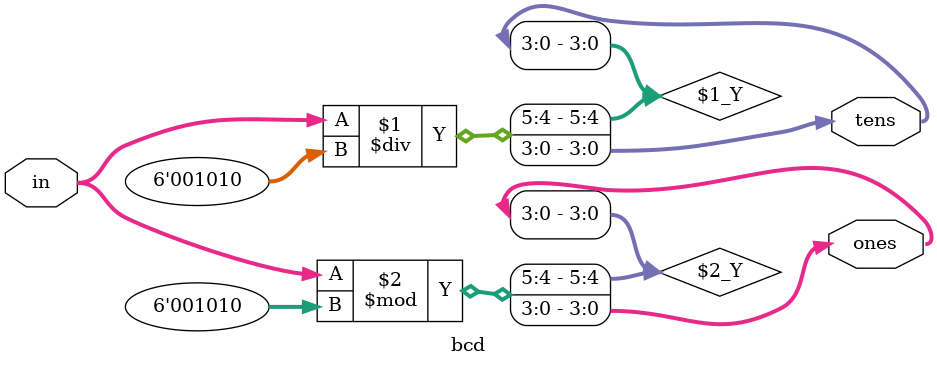
<source format=v>
module bcd (
    input [5:0] in,
    output [3:0] ones,
    output [3:0] tens
);

    assign tens = in / 6'd10;
    assign ones = in % 6'd10;
endmodule
</source>
